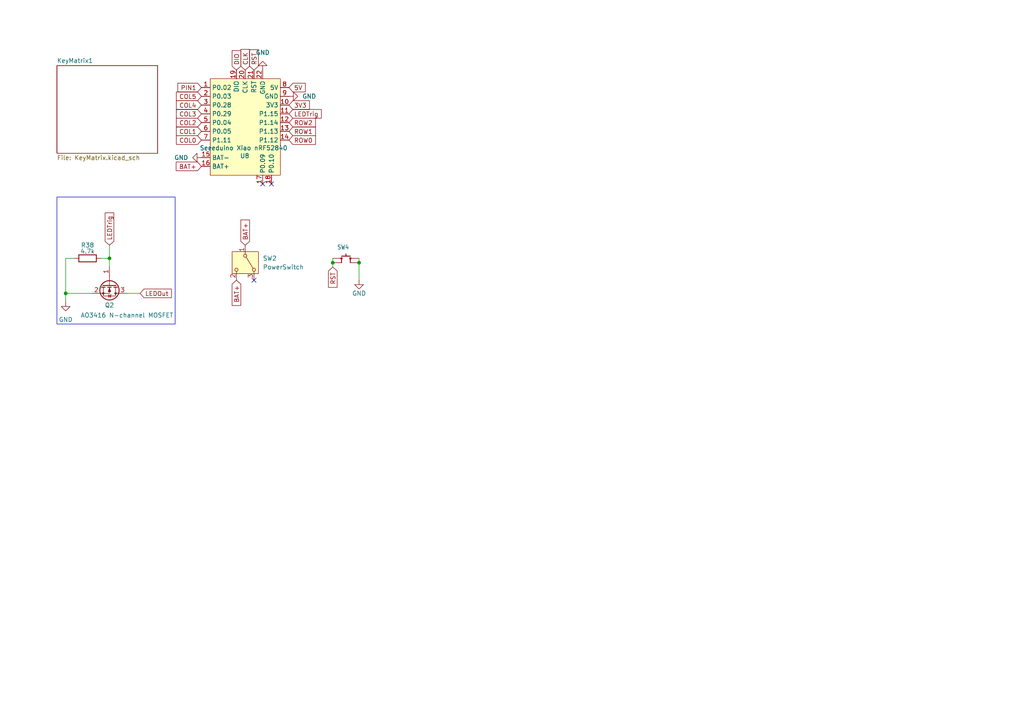
<source format=kicad_sch>
(kicad_sch (version 20231120) (generator "eeschema") (generator_version "8.0")
  (paper "A4")
  (lib_symbols
    (symbol "Device:Q_NMOS_GSD" (pin_names (offset 0) hide)
      (property "Reference" "Q" (at 5.08 1.27 0))
      (property "Value" "Q_NMOS_GSD" (at 5.08 -1.27 0))
      (symbol "Q_NMOS_GSD_0_1"
        (polyline (pts (xy 0.254 0) (xy -2.54 0)))
        (polyline (pts (xy 0.254 1.905) (xy 0.254 -1.905)) (stroke (width 0.254)))
        (polyline (pts (xy 0.762 -1.27) (xy 0.762 -2.286)) (stroke (width 0.254)))
        (polyline (pts (xy 0.762 0.508) (xy 0.762 -0.508)) (stroke (width 0.254)))
        (polyline (pts (xy 0.762 2.286) (xy 0.762 1.27)) (stroke (width 0.254)))
        (polyline (pts (xy 2.54 2.54) (xy 2.54 1.778)))
        (polyline (pts (xy 2.54 -2.54) (xy 2.54 0) (xy 0.762 0)))
        (polyline (pts (xy 0.762 -1.778) (xy 3.302 -1.778) (xy 3.302 1.778) (xy 0.762 1.778)))
        (polyline (pts (xy 1.016 0) (xy 2.032 0.381) (xy 2.032 -0.381) (xy 1.016 0)) (fill (type outline)))
        (polyline (pts (xy 2.794 0.508) (xy 2.921 0.381) (xy 3.683 0.381) (xy 3.81 0.254)))
        (polyline (pts (xy 3.302 0.381) (xy 2.921 -0.254) (xy 3.683 -0.254) (xy 3.302 0.381)))
        (circle (center 1.651 0) (radius 2.794) (stroke (width 0.254)))
        (circle (center 2.54 -1.778) (radius 0.254) (fill (type outline)))
        (circle (center 2.54 1.778) (radius 0.254) (fill (type outline)))
      )
      (symbol "Q_NMOS_GSD_1_1"
        (pin input line (at -5.08 0 0) (length 2.54) (name "G") (number "1"))
        (pin passive line (at 2.54 -5.08 90) (length 2.54) (name "S") (number "2"))
        (pin passive line (at 2.54 5.08 270) (length 2.54) (name "D") (number "3"))
      )
    )
    (symbol "PCM_4ms_Resistor:10m_1206_250mW" (pin_numbers hide) (pin_names (offset 0))
      (property "Reference" "R" (at 2.032 0 90))
      (property "Display" "10mΩ/250mW" (at 3.81 0 90))
      (symbol "10m_1206_250mW_0_1"
        (rectangle (start -1.016 -2.54) (end 1.016 2.54) (stroke (width 0.254)))
      )
      (symbol "10m_1206_250mW_1_1"
        (pin passive line (at 0 3.81 270) (length 1.27) (name "~") (number "1"))
        (pin passive line (at 0 -3.81 90) (length 1.27) (name "~") (number "2"))
      )
    )
    (symbol "Seeed Studio XIAO nRF52840 v1.1-eagle-import:BUTTON-4P"
      (property "Reference" "K" (at -2.54 2.54 0))
      (symbol "BUTTON-4P_1_0"
        (circle (center -1.27 0) (radius 0.254))
        (polyline (pts (xy -1.27 -1.27) (xy -1.27 0)) (stroke (width 0.254)))
        (polyline (pts (xy -1.27 0.635) (xy 0 0.635)) (stroke (width 0.254)))
        (polyline (pts (xy 0 0.635) (xy 0 1.27)) (stroke (width 0.254)))
        (polyline (pts (xy 0 0.635) (xy 1.27 0.635)) (stroke (width 0.254)))
        (polyline (pts (xy 1.27 0) (xy 1.27 -1.27)) (stroke (width 0.254)))
        (circle (center 1.27 0) (radius 0.254))
        (pin bidirectional line (at -3.81 0 0) (length 2.54) (name "A0") (number "1"))
        (pin bidirectional line (at 3.81 0 180) (length 2.54) (name "B0") (number "2"))
        (pin bidirectional line (at -3.81 -1.27 0) (length 2.54) (name "A1") (number "3"))
        (pin bidirectional line (at 3.81 -1.27 180) (length 2.54) (name "B1") (number "4"))
      )
    )
    (symbol "Switch:SW_Wuerth_450301014042" (pin_names (offset 1) hide)
      (property "Reference" "SW" (at 0 5.08 0))
      (property "Value" "SW_Wuerth_450301014042" (at 0 -5.08 0))
      (symbol "SW_Wuerth_450301014042_0_1"
        (circle (center -2.032 0) (radius 0.4572))
        (polyline (pts (xy -1.651 0.254) (xy 1.651 2.286)))
        (circle (center 2.032 -2.54) (radius 0.4572))
        (circle (center 2.032 2.54) (radius 0.4572))
      )
      (symbol "SW_Wuerth_450301014042_1_1"
        (rectangle (start -3.175 3.81) (end 3.175 -3.81) (fill (type background)))
        (pin passive line (at -5.08 0 0) (length 2.54) (name "B") (number "1"))
        (pin passive line (at 5.08 -2.54 180) (length 2.54) (name "C") (number "2"))
        (pin passive line (at 5.08 2.54 180) (length 2.54) (name "A") (number "3"))
      )
    )
    (symbol "power:GND" (power) (pin_numbers hide) (pin_names (offset 0) hide)
      (property "Value" "GND" (at 0 -3.81 0))
      (symbol "GND_0_1"
        (polyline (pts (xy 0 0) (xy 0 -1.27) (xy 1.27 -1.27) (xy 0 -2.54) (xy -1.27 -1.27) (xy 0 -1.27)))
      )
      (symbol "GND_1_1"
        (pin power_in line (at 0 0 270) (length 0) (name "~") (number "1"))
      )
    )
    (symbol "xiao_ble:Seeeduino_Xiao_nRF52840" (in_bom no)
      (property "Reference" "U" (at -10.16 -12.7 0))
      (property "Value" "Seeeduino Xiao nRF52840" (at -10.16 -15.24 0))
      (symbol "Seeeduino_Xiao_nRF52840_1_0"
        (pin bidirectional line (at -12.7 13.97 0) (length 2.54) (name "P0.02") (number "1"))
        (pin power_out line (at 12.7 8.89 180) (length 2.54) (name "3V3") (number "10"))
        (pin bidirectional line (at 12.7 6.35 180) (length 2.54) (name "P1.15") (number "11"))
        (pin bidirectional line (at 12.7 3.81 180) (length 2.54) (name "P1.14") (number "12"))
        (pin bidirectional line (at 12.7 1.27 180) (length 2.54) (name "P1.13") (number "13"))
        (pin bidirectional line (at 12.7 -1.27 180) (length 2.54) (name "P1.12") (number "14"))
        (pin power_in line (at -12.7 -6.35 0) (length 2.54) (name "BAT-") (number "15"))
        (pin power_in line (at -12.7 -8.89 0) (length 2.54) (name "BAT+") (number "16"))
        (pin bidirectional line (at 5.08 -13.97 90) (length 2.54) (name "P0.09") (number "17"))
        (pin bidirectional line (at 7.62 -13.97 90) (length 2.54) (name "P0.10") (number "18"))
        (pin bidirectional line (at -2.54 19.05 270) (length 2.54) (name "DIO") (number "19"))
        (pin bidirectional line (at -12.7 11.43 0) (length 2.54) (name "P0.03") (number "2"))
        (pin bidirectional line (at 0 19.05 270) (length 2.54) (name "CLK") (number "20"))
        (pin bidirectional line (at 2.54 19.05 270) (length 2.54) (name "RST") (number "21"))
        (pin power_out line (at 5.08 19.05 270) (length 2.54) (name "GND") (number "22"))
        (pin bidirectional line (at -12.7 8.89 0) (length 2.54) (name "P0.28") (number "3"))
        (pin bidirectional line (at -12.7 6.35 0) (length 2.54) (name "P0.29") (number "4"))
        (pin bidirectional line (at -12.7 3.81 0) (length 2.54) (name "P0.04") (number "5"))
        (pin bidirectional line (at -12.7 1.27 0) (length 2.54) (name "P0.05") (number "6"))
        (pin bidirectional line (at -12.7 -1.27 0) (length 2.54) (name "P1.11") (number "7"))
        (pin power_out line (at 12.7 13.97 180) (length 2.54) (name "5V") (number "8"))
        (pin power_out line (at 12.7 11.43 180) (length 2.54) (name "GND") (number "9"))
      )
      (symbol "Seeeduino_Xiao_nRF52840_1_1"
        (rectangle (start -10.16 16.51) (end 10.16 -11.43) (fill (type background)))
      )
    )
  )
  (junction (at 31.75 74.93))
  (junction (at 104.14 76.2))
  (junction (at 19.05 85.09))
  (junction (at 96.52 76.2))
  (no_connect (at 73.66 81.28))
  (no_connect (at 76.2 53.34))
  (no_connect (at 78.74 53.34))
  (wire (pts (xy 31.75 71.12) (xy 31.75 74.93)))
  (wire (pts (xy 29.21 74.93) (xy 31.75 74.93)))
  (wire (pts (xy 96.52 74.93) (xy 96.52 76.2)))
  (wire (pts (xy 19.05 85.09) (xy 26.67 85.09)))
  (wire (pts (xy 96.52 77.47) (xy 96.52 76.2)))
  (wire (pts (xy 31.75 74.93) (xy 31.75 77.47)))
  (wire (pts (xy 104.14 76.2) (xy 104.14 74.93)))
  (wire (pts (xy 19.05 85.09) (xy 19.05 87.63)))
  (wire (pts (xy 19.05 74.93) (xy 19.05 85.09)))
  (wire (pts (xy 21.59 74.93) (xy 19.05 74.93)))
  (wire (pts (xy 104.14 76.2) (xy 104.14 81.28)))
  (wire (pts (xy 36.83 85.09) (xy 40.64 85.09)))
  (rectangle (start 16.51 57.15) (end 50.8 93.98))
  (global_label "BAT+" (shape input) (at 71.12 71.12 90) (property "Intersheetrefs" "${INTERSHEET_REFS}" (effects (hide yes))))
  (global_label "LEDOut" (shape input) (at 40.64 85.09 0) (property "Intersheetrefs" "${INTERSHEET_REFS}" (effects (hide yes))))
  (global_label "5V" (shape input) (at 83.82 25.4 0) (property "Intersheetrefs" "${INTERSHEET_REFS}" (effects (hide yes))))
  (global_label "DIO" (shape input) (at 68.58 20.32 90) (property "Intersheetrefs" "${INTERSHEET_REFS}" (effects (hide yes))))
  (global_label "COL3" (shape input) (at 58.42 33.02 180) (property "Intersheetrefs" "${INTERSHEET_REFS}" (effects (hide yes))))
  (global_label "CLK" (shape input) (at 71.12 20.32 90) (property "Intersheetrefs" "${INTERSHEET_REFS}" (effects (hide yes))))
  (global_label "ROW0" (shape input) (at 83.82 40.64 0) (property "Intersheetrefs" "${INTERSHEET_REFS}" (effects (hide yes))))
  (global_label "RST" (shape input) (at 73.66 20.32 90) (property "Intersheetrefs" "${INTERSHEET_REFS}" (effects (hide yes))))
  (global_label "LEDTrig" (shape input) (at 31.75 71.12 90) (property "Intersheetrefs" "${INTERSHEET_REFS}" (effects (hide yes))))
  (global_label "ROW2" (shape input) (at 83.82 35.56 0) (property "Intersheetrefs" "${INTERSHEET_REFS}" (effects (hide yes))))
  (global_label "RST" (shape input) (at 96.52 77.47 270) (property "Intersheetrefs" "${INTERSHEET_REFS}" (effects (hide yes))))
  (global_label "COL4" (shape input) (at 58.42 30.48 180) (property "Intersheetrefs" "${INTERSHEET_REFS}" (effects (hide yes))))
  (global_label "BAT+" (shape input) (at 68.58 81.28 270) (property "Intersheetrefs" "${INTERSHEET_REFS}" (effects (hide yes))))
  (global_label "COL0" (shape input) (at 58.42 40.64 180) (property "Intersheetrefs" "${INTERSHEET_REFS}" (effects (hide yes))))
  (global_label "PIN1" (shape input) (at 58.42 25.4 180) (property "Intersheetrefs" "${INTERSHEET_REFS}" (effects (hide yes))))
  (global_label "COL2" (shape input) (at 58.42 35.56 180) (property "Intersheetrefs" "${INTERSHEET_REFS}" (effects (hide yes))))
  (global_label "3V3" (shape input) (at 83.82 30.48 0) (property "Intersheetrefs" "${INTERSHEET_REFS}" (effects (hide yes))))
  (global_label "BAT+" (shape input) (at 58.42 48.26 180) (property "Intersheetrefs" "${INTERSHEET_REFS}" (effects (hide yes))))
  (global_label "COL1" (shape input) (at 58.42 38.1 180) (property "Intersheetrefs" "${INTERSHEET_REFS}" (effects (hide yes))))
  (global_label "COL5" (shape input) (at 58.42 27.94 180) (property "Intersheetrefs" "${INTERSHEET_REFS}" (effects (hide yes))))
  (global_label "LEDTrig" (shape input) (at 83.82 33.02 0) (property "Intersheetrefs" "${INTERSHEET_REFS}" (effects (hide yes))))
  (global_label "ROW1" (shape input) (at 83.82 38.1 0) (property "Intersheetrefs" "${INTERSHEET_REFS}" (effects (hide yes))))
  (symbol (lib_id "power:GND") (at 19.05 87.63 0) (unit 1)
    (property "Reference" "#PWR09" (effects (hide yes)))
    (property "Value" "GND" (at 19.05 92.71 0))
    (property "Description" "Power symbol creates a global label with name \"GND\" , ground" (effects (hide yes)))
  )
  (symbol (lib_id "power:GND") (at 76.2 20.32 180) (unit 1)
    (property "Reference" "#PWR07" (effects (hide yes)))
    (property "Value" "GND" (at 76.2 15.24 0))
    (property "Description" "Power symbol creates a global label with name \"GND\" , ground" (effects (hide yes)))
  )
  (symbol (lib_id "PCM_4ms_Resistor:10m_1206_250mW") (at 25.4 74.93 90) (unit 1)
    (property "Reference" "R38" (at 25.4 71.12 90))
    (property "Value" "4.7k" (at 25.4 72.898 90))
    (property "Footprint" "Resistor_SMD:R_0402_1005Metric_Pad0.72x0.64mm_HandSolder" (effects (hide yes)))
    (property "Description" "10mΩ, 10mOhm, Min. 250mW, 100PPM/C" (effects (hide yes)))
    (property "Specifications" "10mΩ, 10mOhm, Min. 250mW, 100PPM/C" (effects (hide yes)))
    (property "Manufacturer" "Yageo" (effects (hide yes)))
    (property "Part Number" "PF1206FRF070R01L" (effects (hide yes)))
    (property "Display" "10mΩ/250mW" (effects (hide yes)))
    (property "JLCPCB ID" "C127703" (effects (hide yes)))
  )
  (symbol (lib_id "power:GND") (at 104.14 81.28 0) (unit 1)
    (property "Reference" "#PWR011" (effects (hide yes)))
    (property "Value" "GND" (at 102.108 85.09 0) (effects (justify left)))
    (property "Description" "Power symbol creates a global label with name \"GND\" , ground" (effects (hide yes)))
  )
  (symbol (lib_id "power:GND") (at 58.42 45.72 270) (unit 1)
    (property "Reference" "#PWR06" (effects (hide yes)))
    (property "Value" "GND" (at 54.61 45.7199 90) (effects (justify right)))
    (property "Description" "Power symbol creates a global label with name \"GND\" , ground" (effects (hide yes)))
  )
  (symbol (lib_id "Device:Q_NMOS_GSD") (at 31.75 82.55 270) (unit 1)
    (property "Reference" "Q2" (at 31.75 88.519 90))
    (property "Value" "AO3416 N-channel MOSFET" (at 36.83 91.44 90))
    (property "Footprint" "Package_TO_SOT_SMD:SOT-23" (effects (hide yes)))
    (property "LCSC Part Number" "C479060" (effects (hide yes)))
    (property "MPN" "AO3416" (effects (hide yes)))
  )
  (symbol (lib_id "Seeed Studio XIAO nRF52840 v1.1-eagle-import:BUTTON-4P") (at 100.33 74.93 0) (unit 1)
    (property "Reference" "SW4" (at 97.79 72.39 0) (effects (font (size 1.27 1.0795)) (justify left bottom)))
    (property "Value" "BUTTON-4P" (effects (hide yes)))
    (property "Footprint" "Keyboard:SW4-SMD-2.8-2.6X1.6X0.53MM" (effects (hide yes)))
  )
  (symbol (lib_id "xiao_ble:Seeeduino_Xiao_nRF52840") (at 71.12 39.37 0) (unit 1) (in_bom no)
    (property "Reference" "U8" (at 69.596 45.212 0) (effects (justify left)))
    (property "Value" "Seeeduino Xiao nRF52840" (at 57.912 42.926 0) (effects (justify left)))
    (property "Footprint" "Keyboard:XIAO-nRF52840-Sense-14P-2.54-21X17.8MM" (effects (hide yes)))
    (property "Description" "Symbol for a Seeeduino Xiao nRF52840" (effects (hide yes)))
  )
  (symbol (lib_id "Switch:SW_Wuerth_450301014042") (at 71.12 76.2 270) (unit 1)
    (property "Reference" "SW2" (at 76.2 74.9299 90) (effects (justify left)))
    (property "Value" "PowerSwitch" (at 76.2 77.4699 90) (effects (justify left)))
    (property "Footprint" "Button_Switch_SMD:SW_SPDT_PCM12" (effects (hide yes)))
    (property "Datasheet" "https://www.we-online.com/components/products/datasheet/450301014042.pdf" (effects (hide yes)))
    (property "Description" "Switch slide, single pole double throw" (effects (hide yes)))
  )
  (symbol (lib_id "power:GND") (at 83.82 27.94 90) (unit 1)
    (property "Reference" "#PWR08" (effects (hide yes)))
    (property "Value" "GND" (at 87.63 27.9399 90) (effects (justify right)))
    (property "Description" "Power symbol creates a global label with name \"GND\" , ground" (effects (hide yes)))
  )
  (sheet (at 16.51 19.05) (size 29.21 25.4) (stroke (width 0.1524))
    (property "Sheetname" "KeyMatrix1" (at 16.51 18.3384 0) (effects (justify left bottom)))
    (property "Sheetfile" "KeyMatrix.kicad_sch" (at 16.51 45.0346 0) (effects (justify left top)))
  )
)
</source>
